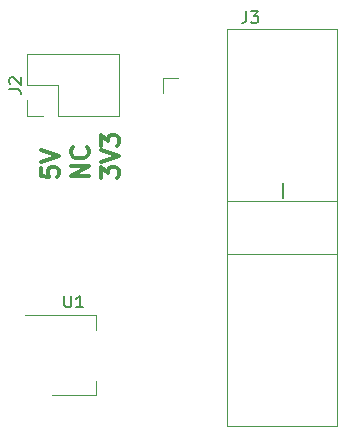
<source format=gbr>
G04 #@! TF.GenerationSoftware,KiCad,Pcbnew,(5.0.2)-1*
G04 #@! TF.CreationDate,2019-09-12T21:25:24+02:00*
G04 #@! TF.ProjectId,Jlink_power_supply,4a6c696e-6b5f-4706-9f77-65725f737570,rev?*
G04 #@! TF.SameCoordinates,Original*
G04 #@! TF.FileFunction,Legend,Top*
G04 #@! TF.FilePolarity,Positive*
%FSLAX46Y46*%
G04 Gerber Fmt 4.6, Leading zero omitted, Abs format (unit mm)*
G04 Created by KiCad (PCBNEW (5.0.2)-1) date 2019-09-12 21:25:24*
%MOMM*%
%LPD*%
G01*
G04 APERTURE LIST*
%ADD10C,0.300000*%
%ADD11C,0.200000*%
%ADD12C,0.120000*%
%ADD13C,0.150000*%
G04 APERTURE END LIST*
D10*
X129583571Y-103587857D02*
X128083571Y-103587857D01*
X129583571Y-102730714D01*
X128083571Y-102730714D01*
X129440714Y-101159285D02*
X129512142Y-101230714D01*
X129583571Y-101445000D01*
X129583571Y-101587857D01*
X129512142Y-101802142D01*
X129369285Y-101945000D01*
X129226428Y-102016428D01*
X128940714Y-102087857D01*
X128726428Y-102087857D01*
X128440714Y-102016428D01*
X128297857Y-101945000D01*
X128155000Y-101802142D01*
X128083571Y-101587857D01*
X128083571Y-101445000D01*
X128155000Y-101230714D01*
X128226428Y-101159285D01*
X125543571Y-102873571D02*
X125543571Y-103587857D01*
X126257857Y-103659285D01*
X126186428Y-103587857D01*
X126115000Y-103445000D01*
X126115000Y-103087857D01*
X126186428Y-102945000D01*
X126257857Y-102873571D01*
X126400714Y-102802142D01*
X126757857Y-102802142D01*
X126900714Y-102873571D01*
X126972142Y-102945000D01*
X127043571Y-103087857D01*
X127043571Y-103445000D01*
X126972142Y-103587857D01*
X126900714Y-103659285D01*
X125543571Y-102373571D02*
X127043571Y-101873571D01*
X125543571Y-101373571D01*
D11*
X146050000Y-104140000D02*
X146050000Y-105410000D01*
D10*
X130623571Y-103730714D02*
X130623571Y-102802142D01*
X131195000Y-103302142D01*
X131195000Y-103087857D01*
X131266428Y-102945000D01*
X131337857Y-102873571D01*
X131480714Y-102802142D01*
X131837857Y-102802142D01*
X131980714Y-102873571D01*
X132052142Y-102945000D01*
X132123571Y-103087857D01*
X132123571Y-103516428D01*
X132052142Y-103659285D01*
X131980714Y-103730714D01*
X130623571Y-102373571D02*
X132123571Y-101873571D01*
X130623571Y-101373571D01*
X130623571Y-101016428D02*
X130623571Y-100087857D01*
X131195000Y-100587857D01*
X131195000Y-100373571D01*
X131266428Y-100230714D01*
X131337857Y-100159285D01*
X131480714Y-100087857D01*
X131837857Y-100087857D01*
X131980714Y-100159285D01*
X132052142Y-100230714D01*
X132123571Y-100373571D01*
X132123571Y-100802142D01*
X132052142Y-100945000D01*
X131980714Y-101016428D01*
D12*
G04 #@! TO.C,U1*
X130205000Y-122155000D02*
X130205000Y-120895000D01*
X130205000Y-115335000D02*
X130205000Y-116595000D01*
X126445000Y-122155000D02*
X130205000Y-122155000D01*
X124195000Y-115335000D02*
X130205000Y-115335000D01*
G04 #@! TO.C,J3*
X141290000Y-105700000D02*
X150640000Y-105700000D01*
X141290000Y-124730000D02*
X141290000Y-91170000D01*
X141290000Y-124730000D02*
X150640000Y-124730000D01*
X141290000Y-110200000D02*
X150640000Y-110200000D01*
X141290000Y-91170000D02*
X150640000Y-91170000D01*
X150640000Y-91170000D02*
X150640000Y-124730000D01*
X137160000Y-95250000D02*
X135890000Y-95250000D01*
X135890000Y-95250000D02*
X135890000Y-96520000D01*
G04 #@! TO.C,J2*
X132140000Y-98485000D02*
X132140000Y-93285000D01*
X127000000Y-98485000D02*
X132140000Y-98485000D01*
X124400000Y-93285000D02*
X132140000Y-93285000D01*
X127000000Y-98485000D02*
X127000000Y-95885000D01*
X127000000Y-95885000D02*
X124400000Y-95885000D01*
X124400000Y-95885000D02*
X124400000Y-93285000D01*
X125730000Y-98485000D02*
X124400000Y-98485000D01*
X124400000Y-98485000D02*
X124400000Y-97155000D01*
G04 #@! TO.C,U1*
D13*
X127533095Y-113697380D02*
X127533095Y-114506904D01*
X127580714Y-114602142D01*
X127628333Y-114649761D01*
X127723571Y-114697380D01*
X127914047Y-114697380D01*
X128009285Y-114649761D01*
X128056904Y-114602142D01*
X128104523Y-114506904D01*
X128104523Y-113697380D01*
X129104523Y-114697380D02*
X128533095Y-114697380D01*
X128818809Y-114697380D02*
X128818809Y-113697380D01*
X128723571Y-113840238D01*
X128628333Y-113935476D01*
X128533095Y-113983095D01*
G04 #@! TO.C,J3*
X142931666Y-89622380D02*
X142931666Y-90336666D01*
X142884047Y-90479523D01*
X142788809Y-90574761D01*
X142645952Y-90622380D01*
X142550714Y-90622380D01*
X143312619Y-89622380D02*
X143931666Y-89622380D01*
X143598333Y-90003333D01*
X143741190Y-90003333D01*
X143836428Y-90050952D01*
X143884047Y-90098571D01*
X143931666Y-90193809D01*
X143931666Y-90431904D01*
X143884047Y-90527142D01*
X143836428Y-90574761D01*
X143741190Y-90622380D01*
X143455476Y-90622380D01*
X143360238Y-90574761D01*
X143312619Y-90527142D01*
G04 #@! TO.C,J2*
X122852380Y-96218333D02*
X123566666Y-96218333D01*
X123709523Y-96265952D01*
X123804761Y-96361190D01*
X123852380Y-96504047D01*
X123852380Y-96599285D01*
X122947619Y-95789761D02*
X122900000Y-95742142D01*
X122852380Y-95646904D01*
X122852380Y-95408809D01*
X122900000Y-95313571D01*
X122947619Y-95265952D01*
X123042857Y-95218333D01*
X123138095Y-95218333D01*
X123280952Y-95265952D01*
X123852380Y-95837380D01*
X123852380Y-95218333D01*
G04 #@! TD*
M02*

</source>
